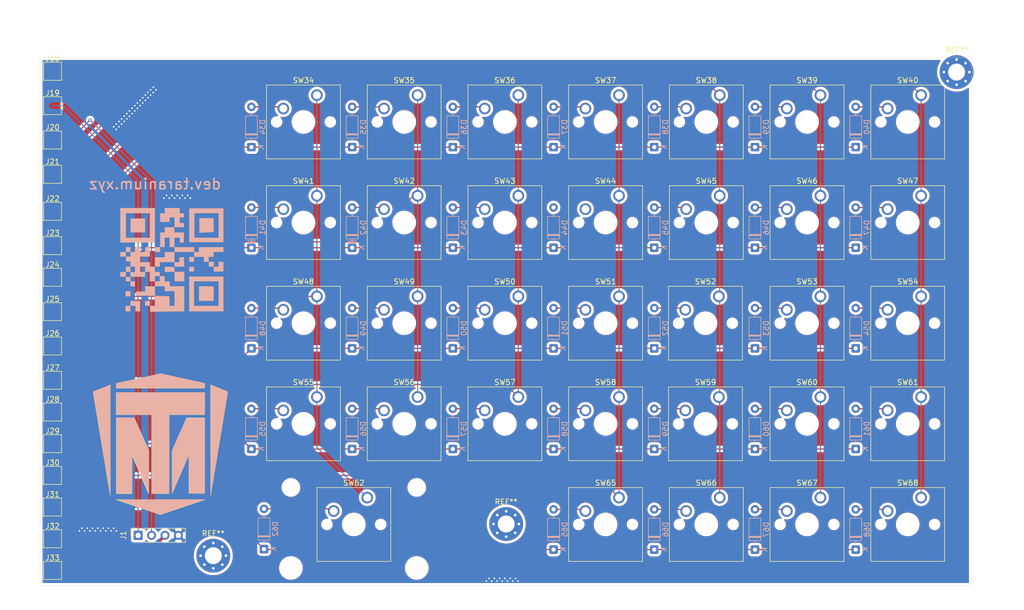
<source format=kicad_pcb>
(kicad_pcb (version 20241229) (generator "pcbnew") (generator_version "9.0")
  (layers (0 "F.Cu" signal) (2 "B.Cu" signal) (13 "F.Paste" user) (15 "B.Paste" user) (5 "F.SilkS" user "F.Silkscreen") (7 "B.SilkS" user "B.Silkscreen") (1 "F.Mask" user) (3 "B.Mask" user) (25 "Edge.Cuts" user))
  (net 0 "")
  (net 1 "ROW1a")
  (net 2 "Net-(D34-A)")
  (net 3 "Net-(D35-A)")
  (net 4 "Net-(D36-A)")
  (net 5 "Net-(D37-A)")
  (net 6 "Net-(D38-A)")
  (net 7 "ROW2a")
  (net 8 "Net-(D39-A)")
  (net 9 "Net-(D40-A)")
  (net 10 "Net-(D41-A)")
  (net 11 "Net-(D42-A)")
  (net 12 "Net-(D43-A)")
  (net 13 "Net-(D44-A)")
  (net 14 "Net-(D45-A)")
  (net 15 "Net-(D46-A)")
  (net 16 "Net-(D47-A)")
  (net 17 "Net-(D48-A)")
  (net 18 "Net-(D49-A)")
  (net 19 "Net-(D50-A)")
  (net 20 "Net-(D51-A)")
  (net 21 "Net-(D52-A)")
  (net 22 "Net-(D53-A)")
  (net 23 "Net-(D54-A)")
  (net 24 "Net-(D55-A)")
  (net 25 "Net-(D56-A)")
  (net 26 "Net-(D57-A)")
  (net 27 "Net-(D58-A)")
  (net 28 "Net-(D59-A)")
  (net 29 "Net-(D60-A)")
  (net 30 "Net-(D61-A)")
  (net 31 "Net-(D62-A)")
  (net 32 "Net-(D65-A)")
  (net 33 "Net-(D66-A)")
  (net 34 "ROW3a")
  (net 35 "ROW4a")
  (net 36 "ROW5a")
  (net 37 "SDA")
  (net 38 "SCL")
  (net 39 "Net-(D67-A)")
  (net 40 "Net-(D68-A)")
  (net 41 "COL7a")
  (net 42 "COL6a")
  (net 43 "COL5a")
  (net 44 "COL2a")
  (net 45 "COL1a")
  (net 46 "COL3a")
  (net 47 "COL4a")
  (net 48 "GND1")
  (net 49 "+5VA")
  (footprint "Button_Switch_Keyboard:SW_Cherry_MX_1.00u_PCB" (layer "F.Cu") (at 330.99375 107.15625)
    (property "Reference" "SW56")
    (property "Value" "SW_Push")
  )
  (footprint "MountingHole:MountingHole_3.2mm_M3_Pad_Via" (layer "F.Cu") (at 292.35 137.2)
    (property "Reference" "REF**")
    (property "Value" "MountingHole_3.2mm_M3_Pad_Via")
  )
  (footprint "Button_Switch_Keyboard:SW_Cherry_MX_1.00u_PCB" (layer "F.Cu") (at 369.09375 126.20625)
    (property "Reference" "SW65")
    (property "Value" "SW_Push")
  )
  (footprint "Button_Switch_Keyboard:SW_Cherry_MX_2.00u_PCB" (layer "F.Cu") (at 321.46875 126.20625)
    (property "Reference" "SW62")
    (property "Value" "SW_Push")
  )
  (footprint "TestPoint:TestPoint_Pad_3.0x3.0mm" (layer "F.Cu") (at 261.9375 58.5)
    (property "Reference" "J20")
    (property "Value" "Conn_01x01_Pin")
  )
  (footprint "Button_Switch_Keyboard:SW_Cherry_MX_1.00u_PCB" (layer "F.Cu") (at 350.04375 88.10625)
    (property "Reference" "SW50")
    (property "Value" "SW_Push")
  )
  (footprint "Button_Switch_Keyboard:SW_Cherry_MX_1.00u_PCB" (layer "F.Cu") (at 311.94375 107.15625)
    (property "Reference" "SW55")
    (property "Value" "SW_Push")
  )
  (footprint "Button_Switch_Keyboard:SW_Cherry_MX_1.00u_PCB" (layer "F.Cu") (at 369.09375 50.00625)
    (property "Reference" "SW37")
    (property "Value" "SW_Push")
  )
  (footprint "TestPoint:TestPoint_Pad_3.0x3.0mm" (layer "F.Cu") (at 261.9375 72)
    (property "Reference" "J22")
    (property "Value" "Conn_01x01_Pin")
  )
  (footprint "Button_Switch_Keyboard:SW_Cherry_MX_1.00u_PCB" (layer "F.Cu") (at 330.99375 50.00625)
    (property "Reference" "SW35")
    (property "Value" "SW_Push")
  )
  (footprint "TestPoint:TestPoint_Pad_3.0x3.0mm" (layer "F.Cu") (at 261.9375 110)
    (property "Reference" "J28")
    (property "Value" "Conn_01x01_Pin")
  )
  (footprint "TestPoint:TestPoint_Pad_3.0x3.0mm" (layer "F.Cu") (at 261.9375 78.5)
    (property "Reference" "J23")
    (property "Value" "Conn_01x01_Pin")
  )
  (footprint "Button_Switch_Keyboard:SW_Cherry_MX_1.00u_PCB" (layer "F.Cu") (at 330.99375 69.05625)
    (property "Reference" "SW42")
    (property "Value" "SW_Push")
  )
  (footprint "Button_Switch_Keyboard:SW_Cherry_MX_1.00u_PCB" (layer "F.Cu") (at 426.24375 126.20625)
    (property "Reference" "SW68")
    (property "Value" "SW_Push")
  )
  (footprint "Button_Switch_Keyboard:SW_Cherry_MX_1.00u_PCB" (layer "F.Cu") (at 350.04375 69.05625)
    (property "Reference" "SW43")
    (property "Value" "SW_Push")
  )
  (footprint "Button_Switch_Keyboard:SW_Cherry_MX_1.00u_PCB" (layer "F.Cu") (at 426.24375 50.00625)
    (property "Reference" "SW40")
    (property "Value" "SW_Push")
  )
  (footprint "Button_Switch_Keyboard:SW_Cherry_MX_1.00u_PCB" (layer "F.Cu") (at 407.19375 126.20625)
    (property "Reference" "SW67")
    (property "Value" "SW_Push")
  )
  (footprint "Button_Switch_Keyboard:SW_Cherry_MX_1.00u_PCB" (layer "F.Cu") (at 369.09375 107.15625)
    (property "Reference" "SW58")
    (property "Value" "SW_Push")
  )
  (footprint "Button_Switch_Keyboard:SW_Cherry_MX_1.00u_PCB" (layer "F.Cu") (at 426.24375 69.05625)
    (property "Reference" "SW47")
    (property "Value" "SW_Push")
  )
  (footprint "TestPoint:TestPoint_Pad_3.0x3.0mm" (layer "F.Cu") (at 261.9375 91)
    (property "Reference" "J25")
    (property "Value" "Conn_01x01_Pin")
  )
  (footprint "TestPoint:TestPoint_Pad_3.0x3.0mm" (layer "F.Cu") (at 261.9375 52)
    (property "Reference" "J19")
    (property "Value" "Conn_01x01_Pin")
  )
  (footprint "TestPoint:TestPoint_Pad_3.0x3.0mm" (layer "F.Cu") (at 261.9375 45.5)
    (property "Reference" "J18")
    (property "Value" "Conn_01x01_Pin")
  )
  (footprint "Button_Switch_Keyboard:SW_Cherry_MX_1.00u_PCB" (layer "F.Cu") (at 407.19375 69.05625)
    (property "Reference" "SW46")
    (property "Value" "SW_Push")
  )
  (footprint "TestPoint:TestPoint_Pad_3.0x3.0mm" (layer "F.Cu") (at 261.9375 104)
    (property "Reference" "J27")
    (property "Value" "Conn_01x01_Pin")
  )
  (footprint "TestPoint:TestPoint_Pad_3.0x3.0mm" (layer "F.Cu") (at 261.9375 84.5)
    (property "Reference" "J24")
    (property "Value" "Conn_01x01_Pin")
  )
  (footprint "TestPoint:TestPoint_Pad_3.0x3.0mm" (layer "F.Cu") (at 261.9375 65)
    (property "Reference" "J21")
    (property "Value" "Conn_01x01_Pin")
  )
  (footprint "Button_Switch_Keyboard:SW_Cherry_MX_1.00u_PCB" (layer "F.Cu") (at 311.94375 50.00625)
    (property "Reference" "SW34")
    (property "Value" "SW_Push")
  )
  (footprint "Button_Switch_Keyboard:SW_Cherry_MX_1.00u_PCB" (layer "F.Cu") (at 388.14375 69.05625)
    (property "Reference" "SW45")
    (property "Value" "SW_Push")
  )
  (footprint "Button_Switch_Keyboard:SW_Cherry_MX_1.00u_PCB" (layer "F.Cu") (at 426.24375 88.10625)
    (property "Reference" "SW54")
    (property "Value" "SW_Push")
  )
  (footprint "Connector_PinSocket_2.54mm:PinSocket_1x04_P2.54mm_Vertical" (layer "F.Cu") (at 278.13 133.35 90)
    (property "Reference" "J1")
    (property "Value" "Conn_01x04_Pin")
  )
  (footprint "TestPoint:TestPoint_Pad_3.0x3.0mm" (layer "F.Cu") (at 261.9375 97.5)
    (property "Reference" "J26")
    (property "Value" "Conn_01x01_Pin")
  )
  (footprint "Button_Switch_Keyboard:SW_Cherry_MX_1.00u_PCB" (layer "F.Cu") (at 426.24375 107.15625)
    (property "Reference" "SW61")
    (property "Value" "SW_Push")
  )
  (footprint "Button_Switch_Keyboard:SW_Cherry_MX_1.00u_PCB" (layer "F.Cu") (at 388.14375 50.00625)
    (property "Reference" "SW38")
    (property "Value" "SW_Push")
  )
  (footprint "Button_Switch_Keyboard:SW_Cherry_MX_1.00u_PCB" (layer "F.Cu") (at 369.09375 88.10625)
    (property "Reference" "SW51")
    (property "Value" "SW_Push")
  )
  (footprint "Button_Switch_Keyboard:SW_Cherry_MX_1.00u_PCB" (layer "F.Cu") (at 350.04375 107.15625)
    (property "Reference" "SW57")
    (property "Value" "SW_Push")
  )
  (footprint "Button_Switch_Keyboard:SW_Cherry_MX_1.00u_PCB" (layer "F.Cu") (at 407.19375 107.15625)
    (property "Reference" "SW60")
    (property "Value" "SW_Push")
  )
  (footprint "Button_Switch_Keyboard:SW_Cherry_MX_1.00u_PCB" (layer "F.Cu") (at 350.04375 50.00625)
    (property "Reference" "SW36")
    (property "Value" "SW_Push")
  )
  (footprint "Button_Switch_Keyboard:SW_Cherry_MX_1.00u_PCB" (layer "F.Cu") (at 311.94375 69.05625)
    (property "Reference" "SW41")
    (property "Value" "SW_Push")
  )
  (footprint "TestPoint:TestPoint_Pad_3.0x3.0mm" (layer "F.Cu") (at 261.9375 140)
    (property "Reference" "J33")
    (property "Value" "Conn_01x01_Pin")
  )
  (footprint "Button_Switch_Keyboard:SW_Cherry_MX_1.00u_PCB" (layer "F.Cu") (at 330.99375 88.10625)
    (property "Reference" "SW49")
    (property "Value" "SW_Push")
  )
  (footprint "TestPoint:TestPoint_Pad_3.0x3.0mm" (layer "F.Cu") (at 261.9375 122)
    (property "Reference" "J30")
    (property "Value" "Conn_01x01_Pin")
  )
  (footprint "Button_Switch_Keyboard:SW_Cherry_MX_1.00u_PCB" (layer "F.Cu") (at 407.19375 50.00625)
    (property "Reference" "SW39")
    (property "Value" "SW_Push")
  )
  (footprint "Button_Switch_Keyboard:SW_Cherry_MX_1.00u_PCB" (layer "F.Cu") (at 311.94375 88.10625)
    (property "Reference" "SW48")
    (property "Value" "SW_Push")
  )
  (footprint "MountingHole:MountingHole_3.2mm_M3_Pad_Via" (layer "F.Cu") (at 432.95 45.65)
    (property "Reference" "REF**")
    (property "Value" "MountingHole_3.2mm_M3_Pad_Via")
  )
  (footprint "TestPoint:TestPoint_Pad_3.0x3.0mm" (layer "F.Cu") (at 261.9375 116)
    (property "Reference" "J29")
    (property "Value" "Conn_01x01_Pin")
  )
  (footprint "Button_Switch_Keyboard:SW_Cherry_MX_1.00u_PCB" (layer "F.Cu") (at 388.14375 126.20625)
    (property "Reference" "SW66")
    (property "Value" "SW_Push")
  )
  (footprint "Button_Switch_Keyboard:SW_Cherry_MX_1.00u_PCB" (layer "F.Cu") (at 387.985 107.15625)
    (property "Reference" "SW59")
    (property "Value" "SW_Push")
  )
  (footprint "Button_Switch_Keyboard:SW_Cherry_MX_1.00u_PCB" (layer "F.Cu") (at 387.985 88.10625)
    (property "Reference" "SW52")
    (property "Value" "SW_Push")
  )
  (footprint "MountingHole:MountingHole_3.2mm_M3_Pad_Via" (layer "F.Cu") (at 347.75 131.2)
    (property "Reference" "REF**")
    (property "Value" "MountingHole_3.2mm_M3_Pad_Via")
  )
  (footprint "TestPoint:TestPoint_Pad_3.0x3.0mm" (layer "F.Cu") (at 261.9375 134)
    (property "Reference" "J32")
    (property "Value" "Conn_01x01_Pin")
  )
  (footprint "Button_Switch_Keyboard:SW_Cherry_MX_1.00u_PCB" (layer "F.Cu") (at 369.09375 69.05625)
    (property "Reference" "SW44")
    (property "Value" "SW_Push")
  )
  (footprint "Button_Switch_Keyboard:SW_Cherry_MX_1.00u_PCB" (layer "F.Cu") (at 407.19375 88.10625)
    (property "Reference" "SW53")
    (property "Value" "SW_Push")
  )
  (footprint "TestPoint:TestPoint_Pad_3.0x3.0mm" (layer "F.Cu") (at 261.9375 128)
    (property "Reference" "J31")
    (property "Value" "Conn_01x01_Pin")
  )
  (footprint "Diode_THT:D_DO-35_SOD27_P7.62mm_Horizontal" (layer "B.Cu") (at 337.66125 78.89875 90)
    (property "Reference" "D43")
    (property "Value" "D_Small")
  )
  (footprint "Diode_THT:D_DO-35_SOD27_P7.62mm_Horizontal" (layer "B.Cu") (at 299.56125 116.99875 90)
    (property "Reference" "D55")
    (property "Value" "D_Small")
  )
  (footprint "Diode_THT:D_DO-35_SOD27_P7.62mm_Horizontal" (layer "B.Cu") (at 299.56125 97.94875 90)
    (property "Reference" "D48")
    (property "Value" "D_Small")
  )
  (footprint "Diode_THT:D_DO-35_SOD27_P7.62mm_Horizontal" (layer "B.Cu") (at 413.86125 78.89875 90)
    (property "Reference" "D47")
    (property "Value" "D_Small")
  )
  (footprint "Diode_THT:D_DO-35_SOD27_P7.62mm_Horizontal" (layer "B.Cu") (at 356.71125 116.99875 90)
    (property "Reference" "D58")
    (property "Value" "D_Small")
  )
  (footprint "Diode_THT:D_DO-35_SOD27_P7.62mm_Horizontal" (layer "B.Cu") (at 394.81125 136.04875 90)
    (property "Reference" "D67")
    (property "Value" "D_Small")
  )
  (footprint "Diode_THT:D_DO-35_SOD27_P7.62mm_Horizontal" (layer "B.Cu") (at 394.81125 59.84875 90)
    (property "Reference" "D39")
    (property "Value" "D_Small")
  )
  (footprint "Diode_THT:D_DO-35_SOD27_P7.62mm_Horizontal" (layer "B.Cu") (at 394.81125 116.99875 90)
    (property "Reference" "D60")
    (property "Value" "D_Small")
  )
  (footprint "Diode_THT:D_DO-35_SOD27_P7.62mm_Horizontal" (layer "B.Cu") (at 318.61125 97.94875 90)
    (property "Reference" "D49")
    (property "Value" "D_Small")
  )
  (footprint "Diode_THT:D_DO-35_SOD27_P7.62mm_Horizontal" (layer "B.Cu") (at 301.9425 135.95375 90)
    (property "Reference" "D62")
    (property "Value" "D_Small")
  )
  (footprint "Diode_THT:D_DO-35_SOD27_P7.62mm_Horizontal" (layer "B.Cu") (at 375.76125 97.94875 90)
    (property "Reference" "D52")
    (property "Value" "D_Small")
  )
  (footprint "Diode_THT:D_DO-35_SOD27_P7.62mm_Horizontal" (layer "B.Cu") (at 356.71125 136.04875 90)
    (property "Reference" "D65")
    (property "Value" "D_Small")
  )
  (footprint "Diode_THT:D_DO-35_SOD27_P7.62mm_Horizontal" (layer "B.Cu") (at 375.76125 136.04875 90)
    (property "Reference" "D66")
    (property "Value" "D_Small")
  )
  (footprint "Diode_THT:D_DO-35_SOD27_P7.62mm_Horizontal" (layer "B.Cu") (at 356.71125 97.94875 90)
    (property "Reference" "D51")
    (property "Value" "D_Small")
  )
  (footprint "Diode_THT:D_DO-35_SOD27_P7.62mm_Horizontal" (layer "B.Cu") (at 413.86125 59.84875 90)
    (property "Reference" "D40")
    (property "Value" "D_Small")
  )
  (footprint "Diode_THT:D_DO-35_SOD27_P7.62mm_Horizontal" (layer "B.Cu") (at 356.71125 78.89875 90)
    (property "Reference" "D44")
    (property "Value" "D_Small")
  )
  (footprint "Diode_THT:D_DO-35_SOD27_P7.62mm_Horizontal" (layer "B.Cu") (at 337.66125 97.94875 90)
    (property "Reference" "D50")
    (property "Value" "D_Small")
  )
  (footprint "Diode_THT:D_DO-35_SOD27_P7.62mm_Horizontal" (layer "B.Cu") (at 299.56125 78.89875 90)
    (property "Reference" "D41")
    (property "Value" "D_Small")
  )
  (footprint "Diode_THT:D_DO-35_SOD27_P7.62mm_Horizontal" (layer "B.Cu") (at 375.76125 78.89875 90)
    (property "Reference" "D45")
    (property "Value" "D_Small")
  )
  (footprint "Diode_THT:D_DO-35_SOD27_P7.62mm_Horizontal" (layer "B.Cu") (at 413.86125 97.94875 90)
    (property "Reference" "D54")
    (property "Value" "D_Small")
  )
  (footprint "Diode_THT:D_DO-35_SOD27_P7.62mm_Horizontal" (layer "B.Cu") (at 318.61125 116.99875 90)
    (property "Reference" "D56")
    (property "Value" "D_Small")
  )
  (footprint "Diode_THT:D_DO-35_SOD27_P7.62mm_Horizontal" (layer "B.Cu") (at 356.71125 59.84875 90)
    (property "Reference" "D37")
    (property "Value" "D_Small")
  )
  (footprint "Diode_THT:D_DO-35_SOD27_P7.62mm_Horizontal" (layer "B.Cu") (at 337.66125 116.99875 90)
    (property "Reference" "D57")
    (property "Value" "D_Small")
  )
  (footprint "Diode_THT:D_DO-35_SOD27_P7.62mm_Horizontal" (layer "B.Cu") (at 394.81125 97.94875 90)
    (property "Reference" "D53")
    (property "Value" "D_Small")
  )
  (footprint "Diode_THT:D_DO-35_SOD27_P7.62mm_Horizontal" (layer "B.Cu") (at 394.81125 78.89875 90)
    (property "Reference" "D46")
    (property "Value" "D_Small")
  )
  (footprint "Diode_THT:D_DO-35_SOD27_P7.62mm_Horizontal" (layer "B.Cu") (at 375.76125 59.84875 90)
    (property "Reference" "D38")
    (property "Value" "D_Small")
  )
  (footprint "Diode_THT:D_DO-35_SOD27_P7.62mm_Horizontal" (layer "B.Cu") (at 413.86125 136.04875 90)
    (property "Reference" "D68")
    (property "Value" "D_Small")
  )
  (footprint "Diode_THT:D_DO-35_SOD27_P7.62mm_Horizontal" (layer "B.Cu") (at 318.61125 78.89875 90)
    (property "Reference" "D42")
    (property "Value" "D_Small")
  )
  (footprint "Diode_THT:D_DO-35_SOD27_P7.62mm_Horizontal" (layer "B.Cu") (at 299.56125 59.84875 90)
    (property "Reference" "D34")
    (property "Value" "D_Small")
  )
  (footprint "Diode_THT:D_DO-35_SOD27_P7.62mm_Horizontal" (layer "B.Cu") (at 413.86125 116.99875 90)
    (property "Reference" "D61")
    (property "Value" "D_Small")
  )
  (footprint "Diode_THT:D_DO-35_SOD27_P7.62mm_Horizontal" (layer "B.Cu") (at 337.66125 59.84875 90)
    (property "Reference" "D36")
    (property "Value" "D_Small")
  )
  (footprint "Diode_THT:D_DO-35_SOD27_P7.62mm_Horizontal" (layer "B.Cu") (at 318.61125 59.84875 90)
    (property "Reference" "D35")
    (property "Value" "D_Small")
  )
  (footprint "Diode_THT:D_DO-35_SOD27_P7.62mm_Horizontal" (layer "B.Cu") (at 375.76125 116.99875 90)
    (property "Reference" "D59")
    (property "Value" "D_Small")
  )
  (gr_poly (pts (xy 280.157009 117.21497) (xy 280.157009 125.626471) (xy 273.9393 111.222038) (xy 277.485643 111.222038)) (fill yes) (layer "F.SilkS"))
  (gr_poly (pts (xy 295.105966 106.18027) (xy 291.798674 126.155636) (xy 291.798674 104.856679)) (fill yes) (layer "F.SilkS"))
  (gr_poly (pts (xy 282.339821 129.462927) (xy 273.804495 126.585585) (xy 290.875147 126.585585)) (fill yes) (layer "F.SilkS"))
  (gr_poly (pts (xy 283.993467 125.494179) (xy 280.686174 125.494179) (xy 280.686174 110.545221) (xy 283.993467 110.545221)) (fill yes) (layer "F.SilkS"))
  (gr_poly (pts (xy 290.740343 110.545221) (xy 273.9393 110.545221) (xy 273.9393 106.311888) (xy 290.740343 106.311888)) (fill yes) (layer "F.SilkS"))
  (gr_poly (pts (xy 290.740343 104.585812) (xy 290.740343 105.518138) (xy 273.9393 105.518138) (xy 273.9393 104.585812) (xy 282.339821 102.740013)) (fill yes) (layer "F.SilkS"))
  (gr_poly (pts (xy 290.740343 125.451712) (xy 287.713243 125.451712) (xy 287.713243 111.143126) (xy 290.740343 111.143126)) (fill yes) (layer "F.SilkS"))
  (gr_poly (pts (xy 272.880967 126.155636) (xy 269.573676 106.18027) (xy 272.880967 104.856679)) (fill yes) (layer "F.SilkS"))
  (gr_poly (pts (xy 284.522633 125.494179) (xy 284.522633 117.537628) (xy 287.289381 111.074387) (xy 290.723143 111.074387)) (fill yes) (layer "F.SilkS"))
  (gr_poly (pts (xy 277 125.5) (xy 273.964435 125.5) (xy 273.964435 111.206679) (xy 277 111.206679)) (fill yes) (layer "F.SilkS"))
  (gr_poly (pts (xy 291.832276 126.107348) (xy 295.139567 106.131982) (xy 291.832276 104.808391)) (fill yes) (layer "B.SilkS"))
  (gr_poly (pts (xy 287.785938 82.556249) (xy 287.785938 83.416145) (xy 288.711979 83.416145) (xy 288.711979 82.490103)) (fill yes) (layer "B.SilkS"))
  (gr_poly (pts (xy 283.15573 72.369791) (xy 282.295834 72.369791) (xy 282.295834 74.023437) (xy 284.081771 74.023437) (xy 284.081771 73.163541) (xy 285.007813 73.163541) (xy 285.007813 75.015625) (xy 286.79375 75.015625) (xy 286.79375 74.221875) (xy 286 74.221875) (xy 286 73.163541) (xy 286.79375 73.163541) (xy 286.79375 72.369791) (xy 286 72.369791) (xy 286 71.377604) (xy 283.15573 71.377604)) (fill yes) (layer "B.SilkS"))
  (gr_poly (pts (xy 276.673438 89.898436) (xy 277.59948 89.898436) (xy 277.59948 90.95677) (xy 278.525522 90.95677) (xy 278.525522 88.972395) (xy 276.673438 88.972395)) (fill yes) (layer "B.SilkS"))
  (gr_poly (pts (xy 275.813542 83.482291) (xy 276.673438 83.482291) (xy 276.673438 82.490103) (xy 275.813542 82.490103)) (fill yes) (layer "B.SilkS"))
  (gr_poly (pts (xy 279.451563 79.711978) (xy 278.525522 79.711978) (xy 278.525522 78.785937) (xy 277.533333 78.785937) (xy 277.533333 79.711978) (xy 276.673438 79.711978) (xy 276.673438 80.571874) (xy 275.813542 80.571874) (xy 275.813542 81.497916) (xy 276.673438 81.497916) (xy 276.673438 82.490103) (xy 277.533333 82.490103) (xy 277.533333 83.482291) (xy 276.673438 83.482291) (xy 276.673438 84.408332) (xy 279.451563 84.408332) (xy 279.451563 83.482291) (xy 278.525522 83.482291) (xy 278.525522 82.490103) (xy 279.451563 82.490103) (xy 279.451563 83.482291) (xy 280.311459 83.482291) (xy 280.311459 85.268228) (xy 281.303647 85.268228) (xy 281.303647 84.276041) (xy 282.229688 84.276041) (xy 282.229688 83.482291) (xy 281.303647 83.482291) (xy 281.303647 82.490103) (xy 280.377605 82.490103) (xy 280.377605 81.630208) (xy 278.525522 81.630208) (xy 278.525522 80.571874) (xy 280.377605 80.571874) (xy 280.311459 78.785937) (xy 279.451563 78.785937)) (fill yes) (layer "B.SilkS"))
  (gr_poly (pts (xy 274.755209 80.571874) (xy 275.813542 80.571874) (xy 275.813542 79.711978) (xy 274.755209 79.711978)) (fill yes) (layer "B.SilkS"))
  (gr_poly (pts (xy 283.15573 76.007812) (xy 282.295834 76.007812) (xy 282.295834 78.785937) (xy 283.15573 78.785937) (xy 283.15573 77) (xy 284.081771 77) (xy 284.081771 78.785937) (xy 285.007813 78.785937) (xy 285.007813 77) (xy 286 77) (xy 286 77.926041) (xy 286.79375 77.926041) (xy 286.79375 76.007812) (xy 285.007813 76.007812) (xy 285.007813 75.015625) (xy 283.15573 75.015625)) (fill yes) (layer "B.SilkS"))
  (gr_poly (pts (xy 275.813542 79.711978) (xy 276.673438 79.711978) (xy 276.673438 78.785937) (xy 275.813542 78.785937)) (fill yes) (layer "B.SilkS"))
  (gr_poly (pts (xy 289.638021 88.972395) (xy 292.416146 88.972395) (xy 292.416146 86.19427) (xy 289.638021 86.19427)) (fill yes) (layer "B.SilkS"))
  (gr_poly (pts (xy 280.19061 125.445891) (xy 280.19061 117.48934) (xy 277.423862 111.026099) (xy 273.9901 111.026099)) (fill yes) (layer "B.SilkS"))
  (gr_poly (pts (xy 287.713243 125.451712) (xy 290.748808 125.451712) (xy 290.748808 111.158391) (xy 287.713243 111.158391)) (fill yes) (layer "B.SilkS"))
  (gr_poly (pts (xy 291.490104 82.490103) (xy 292.416146 82.490103) (xy 292.482292 81.564062) (xy 291.490104 81.564062)) (fill yes) (layer "B.SilkS"))
  (gr_poly (pts (xy 273.9729 104.537524) (xy 273.9729 105.46985) (xy 290.773943 105.46985) (xy 290.773943 104.537524) (xy 282.373422 102.691725)) (fill yes) (layer "B.SilkS"))
  (gr_poly (pts (xy 283.15573 83.482291) (xy 285.007813 83.482291) (xy 285.007813 82.556249) (xy 283.15573 82.490103)) (fill yes) (layer "B.SilkS"))
  (gr_poly (pts (xy 285.007813 79.711978) (xy 288.711979 79.711978) (xy 288.778125 78.785937) (xy 285.007813 78.785937)) (fill yes) (layer "B.SilkS"))
  (gr_poly (pts (xy 283.15573 80.704166) (xy 281.303647 80.704166) (xy 281.303647 82.490103) (xy 282.229688 82.490103) (xy 282.229688 81.630208) (xy 285.007813 81.630208) (xy 285.007813 79.778124) (xy 285.007813 79.711978) (xy 283.15573 79.711978)) (fill yes) (layer "B.SilkS"))
  (gr_poly (pts (xy 287.785938 81.564062) (xy 288.711979 81.564062) (xy 288.711979 80.63802) (xy 287.785938 80.63802)) (fill yes) (layer "B.SilkS"))
  (gr_poly (pts (xy 281.303647 79.711978) (xy 282.295834 79.711978) (xy 282.295834 78.785937) (xy 281.303647 78.785937)) (fill yes) (layer "B.SilkS"))
  (gr_poly (pts (xy 285.007813 83.482291) (xy 285.007813 85.268228) (xy 286.859896 85.268228) (xy 286.859896 83.416145)) (fill yes) (layer "B.SilkS"))
  (gr_poly (pts (xy 275.747397 88.1125) (xy 276.673438 88.1125) (xy 276.673438 87.980208) (xy 276.673438 87.120311) (xy 275.747397 87.120311)) (fill yes) (layer "B.SilkS"))
  (gr_poly (pts (xy 289.704167 76.073958) (xy 292.416146 75.941666) (xy 292.416146 73.295833) (xy 289.704167 73.295833)) (fill yes) (layer "B.SilkS"))
  (gr_poly (pts (xy 273.9729 125.403424) (xy 277 125.403424) (xy 277 111.094838) (xy 273.9729 111.094838)) (fill yes) (layer "B.SilkS"))
  (gr_poly (pts (xy 285.933855 81.630208) (xy 285.007813 81.630208) (xy 285.007813 82.490103) (xy 286.859896 82.490103) (xy 286.79375 80.704166) (xy 285.933855 80.704166)) (fill yes) (layer "B.SilkS"))
  (gr_poly (pts (xy 280.719776 125.445891) (xy 284.027069 125.445891) (xy 284.027069 110.496933) (xy 280.719776 110.496933)) (fill yes) (layer "B.SilkS"))
  (gr_poly (pts (xy 284.556234 117.166682) (xy 284.556234 125.578183) (xy 290.773943 111.17375) (xy 287.2276 111.17375)) (fill yes) (layer "B.SilkS"))
  (gr_poly (pts (xy 273.9729 110.496933) (xy 290.773943 110.496933) (xy 290.773943 106.2636) (xy 273.9729 106.2636)) (fill yes) (layer "B.SilkS"))
  (gr_poly (pts (xy 287.785938 90.95677) (xy 294.268229 90.95677) (xy 294.268229 89.898436) (xy 293.342187 89.898436) (xy 288.711979 89.898436) (xy 288.711979 85.268228) (xy 293.342187 85.268228) (xy 293.342187 89.898436) (xy 294.268229 89.898436) (xy 294.268229 84.342186) (xy 287.785938 84.342186)) (fill yes) (layer "B.SilkS"))
  (gr_poly (pts (xy 275.747397 90.95677) (xy 276.673438 90.95677) (xy 276.673438 89.898436) (xy 275.747397 89.898436)) (fill yes) (layer "B.SilkS"))
  (gr_poly (pts (xy 282.229688 85.268228) (xy 281.369792 85.268228) (xy 281.303647 85.268228) (xy 281.303647 86.19427) (xy 281.369792 86.19427) (xy 283.15573 86.19427) (xy 283.15573 87.120311) (xy 285.007813 87.120311) (xy 285.007813 89.898436) (xy 284.081771 89.898436) (xy 284.081771 88.1125) (xy 281.303647 87.980208) (xy 281.303647 89.898436) (xy 280.377605 89.898436) (xy 280.377605 91.022915) (xy 286.859896 90.95677) (xy 286.859896 86.19427) (xy 284.147917 86.19427) (xy 284.081771 85.268228) (xy 283.15573 85.268228) (xy 283.15573 84.276041) (xy 282.229688 84.276041)) (fill yes) (layer "B.SilkS"))
  (gr_poly (pts (xy 279.451563 87.186457) (xy 277.731772 87.186457) (xy 277.731772 87.980208) (xy 281.303647 87.980208) (xy 281.303647 86.19427) (xy 279.451563 86.19427)) (fill yes) (layer "B.SilkS"))
  (gr_poly (pts (xy 274.755209 77.926041) (xy 281.303647 77.926041) (xy 281.303647 77) (xy 280.311459 77) (xy 275.813542 77) (xy 275.813542 72.369791) (xy 280.311459 72.369791) (xy 280.311459 77) (xy 281.303647 77) (xy 281.303647 71.377604) (xy 274.755209 71.377604)) (fill yes) (layer "B.SilkS"))
  (gr_poly (pts (xy 276.673438 76.007812) (xy 279.451563 76.007812) (xy 279.451563 73.361979) (xy 276.673438 73.361979)) (fill yes) (layer "B.SilkS"))
  (gr_poly (pts (xy 289.571875 79.711978) (xy 288.711979 79.711978) (xy 288.711979 79.778124) (xy 288.711979 80.63802) (xy 290.564063 80.63802) (xy 290.564063 81.564062) (xy 291.490104 81.564062) (xy 291.490104 80.63802) (xy 292.416146 80.63802) (xy 292.416146 79.711978) (xy 294.268229 79.711978) (xy 294.268229 78.785937) (xy 289.638021 78.785937)) (fill yes) (layer "B.SilkS"))
  (gr_poly (pts (xy 276.673438 86.19427) (xy 277.533333 86.19427) (xy 277.533333 85.268228) (xy 276.673438 85.268228)) (fill yes) (layer "B.SilkS"))
  (gr_poly (pts (xy 279.451563 89.898436) (xy 280.377605 89.898436) (xy 280.377605 88.972395) (xy 279.451563 88.972395)) (fill yes) (layer "B.SilkS"))
  (gr_poly (pts (xy 287.785938 77.859895) (xy 294.268229 77.859895) (xy 294.268229 77) (xy 293.342187 77) (xy 288.778125 77) (xy 288.778125 72.369791) (xy 293.342187 72.369791) (xy 293.342187 77) (xy 294.268229 77) (xy 294.268229 71.44375) (xy 287.785938 71.44375)) (fill yes) (layer "B.SilkS"))
  (gr_poly (pts (xy 293.342187 82.490103) (xy 292.416146 82.490103) (xy 292.416146 83.416145) (xy 294.268229 83.416145) (xy 294.268229 81.564062) (xy 293.342187 81.564062)) (fill yes) (layer "B.SilkS"))
  (gr_poly (pts (xy 282.373422 129.414639) (xy 290.908748 126.537297) (xy 273.838096 126.537297)) (fill yes) (layer "B.SilkS"))
  (gr_poly (pts (xy 274.755209 84.408332) (xy 275.813542 84.408332) (xy 275.813542 83.482291) (xy 274.755209 83.482291)) (fill yes) (layer "B.SilkS"))
  (gr_poly (pts (xy 275.813542 85.268228) (xy 276.673438 85.268228) (xy 276.673438 84.408332) (xy 275.813542 84.408332)) (fill yes) (layer "B.SilkS"))
  (gr_poly (pts (xy 269.607277 106.131982) (xy 272.914569 126.107348) (xy 272.914569 104.808391)) (fill yes) (layer "B.SilkS"))
  (gr_rect (start 259.55625 42.8625) (end 435.76875 142.875) (stroke (width 0.05)) (fill no) (layer "Edge.Cuts"))
  (gr_text "dev.taranium.xyz" (at 294 68 -0) (layer "B.SilkS") (effects (font (size 2 2) (thickness 0.3)) (justify left bottom mirror)))
  (segment (start 280.58875 59.84875) (end 299.56125 59.84875) (width 0.2) (layer "F.Cu") (net 1))
  (segment (start 413.86125 59.84875) (end 299.56125 59.84875) (width 0.2) (layer "F.Cu") (net 1))
  (segment (start 261.9375 78.5) (end 280.58875 59.84875) (width 0.2) (layer "F.Cu") (net 1))
  (segment (start 299.56125 52.22875) (end 305.27625 52.22875) (width 0.2) (layer "F.Cu") (net 2))
  (segment (start 305.27625 52.22875) (end 305.59375 52.54625) (width 0.2) (layer "F.Cu") (net 2))
  (segment (start 324.32625 52.22875) (end 324.64375 52.54625) (width 0.2) (layer "F.Cu") (net 3))
  (segment (start 318.61125 52.22875) (end 324.32625 52.22875) (width 0.2) (layer "F.Cu") (net 3))
  (segment (start 343.37625 52.22875) (end 343.69375 52.54625) (width 0.2) (layer "F.Cu") (net 4))
  (segment (start 337.66125 52.22875) (end 343.37625 52.22875) (width 0.2) (layer "F.Cu") (net 4))
  (segment (start 362.42625 52.22875) (end 362.74375 52.54625) (width 0.2) (layer "F.Cu") (net 5))
  (segment (start 356.71125 52.22875) (end 362.42625 52.22875) (width 0.2) (layer "F.Cu") (net 5))
  (segment (start 375.76125 52.22875) (end 381.47625 52.22875) (width 0.2) (layer "F.Cu") (net 6))
  (segment (start 381.47625 52.22875) (end 381.79375 52.54625) (width 0.2) (layer "F.Cu") (net 6))
  (segment (start 274.03875 78.89875) (end 299.56125 78.89875) (width 0.2) (layer "F.Cu") (net 7))
  (segment (start 413.86125 78.89875) (end 299.56125 78.89875) (width 0.2) (layer "F.Cu") (net 7))
  (segment (start 261.9375 91) (end 274.03875 78.89875) (width 0.2) (layer "F.Cu") (net 7))
  (segment (start 394.81125 52.22875) (end 400.52625 52.22875) (width 0.2) (layer "F.Cu") (net 8))
  (segment (start 400.52625 52.22875) (end 400.84375 52.54625) (width 0.2) (layer "F.Cu") (net 8))
  (segment (start 419.57625 52.22875) (end 419.89375 52.54625) (width 0.2) (layer "F.Cu") (net 9))
  (segment (start 413.86125 52.22875) (end 419.57625 52.22875) (width 0.2) (layer "F.Cu") (net 9))
  (segment (start 305.27625 71.27875) (end 305.59375 71.59625) (width 0.2) (layer "F.Cu") (net 10))
  (segment (start 299.56125 71.27875) (end 305.27625 71.27875) (width 0.2) (layer "F.Cu") (net 10))
  (segment (start 318.61125 71.27875) (end 324.32625 71.27875) (width 0.2) (layer "F.Cu") (net 11))
  (segment (start 324.32625 71.27875) (end 324.64375 71.59625) (width 0.2) (layer "F.Cu") (net 11))
  (segment (start 343.37625 71.27875) (end 343.69375 71.59625) (width 0.2) (layer "F.Cu") (net 12))
  (segment (start 337.66125 71.27875) (end 343.37625 71.27875) (width 0.2) (layer "F.Cu") (net 12))
  (segment (start 381.47625 71.27875) (end 381.79375 71.59625) (width 0.2) (layer "F.Cu") (net 14))
  (segment (start 375.76125 71.27875) (end 381.47625 71.27875) (width 0.2) (layer "F.Cu") (net 14))
  (segment (start 394.81125 71.27875) (end 400.52625 71.27875) (width 0.2) (layer "F.Cu") (net 15))
  (segment (start 400.52625 71.27875) (end 400.84375 71.59625) (width 0.2) (layer "F.Cu") (net 15))
  (segment (start 419.57625 71.27875) (end 419.89375 71.59625) (width 0.2) (layer "F.Cu") (net 16))
  (segment (start 413.86125 71.27875) (end 419.57625 71.27875) (width 0.2) (layer "F.Cu") (net 16))
  (segment (start 305.27625 90.32875) (end 305.59375 90.64625) (width 0.2) (layer "F.Cu") (net 17))
  (segment (start 299.56125 90.32875) (end 305.27625 90.32875) (width 0.2) (layer "F.Cu") (net 17))
  (segment (start 318.61125 90.32875) (end 324.32625 90.32875) (width 0.2) (layer "F.Cu") (net 18))
  (segment (start 324.32625 90.32875) (end 324.64375 90.64625) (width 0.2) (layer "F.Cu") (net 18))
  (segment (start 343.37625 90.32875) (end 343.69375 90.64625) (width 0.2) (layer "F.Cu") (net 19))
  (segment (start 337.66125 90.32875) (end 343.37625 90.32875) (width 0.2) (layer "F.Cu") (net 19))
  (segment (start 356.71125 90.32875) (end 362.42625 90.32875) (width 0.2) (layer "F.Cu") (net 20))
  (segment (start 362.42625 90.32875) (end 362.74375 90.64625) (width 0.2) (layer "F.Cu") (net 20))
  (segment (start 375.76125 90.32875) (end 381.3175 90.32875) (width 0.2) (layer "F.Cu") (net 21))
  (segment (start 381.3175 90.32875) (end 381.635 90.64625) (width 0.2) (layer "F.Cu") (net 21))
  (segment (start 400.52625 90.32875) (end 400.84375 90.64625) (width 0.2) (layer "F.Cu") (net 22))
  (segment (start 394.81125 90.32875) (end 400.52625 90.32875) (width 0.2) (layer "F.Cu") (net 22))
  (segment (start 413.86125 90.32875) (end 419.57625 90.32875) (width 0.2) (layer "F.Cu") (net 23))
  (segment (start 419.57625 90.32875) (end 419.89375 90.64625) (width 0.2) (layer "F.Cu") (net 23))
  (segment (start 305.27625 109.37875) (end 305.59375 109.69625) (width 0.2) (layer "F.Cu") (net 24))
  (segment (start 299.56125 109.37875) (end 305.27625 109.37875) (width 0.2) (layer "F.Cu") (net 24))
  (segment (start 318.61125 109.37875) (end 324.32625 109.37875) (width 0.2) (layer "F.Cu") (net 25))
  (segment (start 324.32625 109.37875) (end 324.64375 109.69625) (width 0.2) (layer "F.Cu") (net 25))
  (segment (start 343.37625 109.37875) (end 343.69375 109.69625) (width 0.2) (layer "F.Cu") (net 26))
  (segment (start 337.66125 109.37875) (end 343.37625 109.37875) (width 0.2) (layer "F.Cu") (net 26))
  (segment (start 362.42625 109.37875) (end 362.74375 109.69625) (width 0.2) (layer "F.Cu") (net 27))
  (segment (start 356.71125 109.37875) (end 362.42625 109.37875) (width 0.2) (layer "F.Cu") (net 27))
  (segment (start 381.3175 109.37875) (end 381.635 109.69625) (width 0.2) (layer "F.Cu") (net 28))
  (segment (start 375.76125 109.37875) (end 381.3175 109.37875) (width 0.2) (layer "F.Cu") (net 28))
  (segment (start 400.52625 109.37875) (end 400.84375 109.69625) (width 0.2) (layer "F.Cu") (net 29))
  (segment (start 394.81125 109.37875) (end 400.52625 109.37875) (width 0.2) (layer "F.Cu") (net 29))
  (segment (start 413.86125 109.37875) (end 419.57625 109.37875) (width 0.2) (layer "F.Cu") (net 30))
  (segment (start 419.57625 109.37875) (end 419.89375 109.69625) (width 0.2) (layer "F.Cu") (net 30))
  (segment (start 314.70625 128.33375) (end 315.11875 128.74625) (width 0.2) (layer "F.Cu") (net 31))
  (segment (start 301.9425 128.33375) (end 314.70625 128.33375) (width 0.2) (layer "F.Cu") (net 31))
  (segment (start 362.42625 128.42875) (end 362.74375 128.74625) (width 0.2) (layer "F.Cu") (net 32))
  (segment (start 356.71125 128.42875) (end 362.42625 128.42875) (width 0.2) (layer "F.Cu") (net 32))
  (segment (start 375.76125 128.42875) (end 381.47625 128.42875) (width 0.2) (layer "F.Cu") (net 33))
  (segment (start 381.47625 128.42875) (end 381.79375 128.74625) (width 0.2) (layer "F.Cu") (net 33))
  (segment (start 261.9375 104) (end 293.51 104) (width 0.2) (layer "F.Cu") (net 34))
  (segment (start 413.86125 97.94875) (end 299.56125 97.94875) (width 0.2) (layer "F.Cu") (net 34))
  (segment (start 293.51 104) (end 299.56125 97.94875) (width 0.2) (layer "F.Cu") (net 34))
  (segment (start 413.86125 116.99875) (end 299.56125 116.99875) (width 0.2) (layer "F.Cu") (net 35))
  (segment (start 261.9375 116) (end 298.5625 116) (width 0.2) (layer "F.Cu") (net 35))
  (segment (start 298.5625 116) (end 299.56125 116.99875) (width 0.2) (layer "F.Cu") (net 35))
  (segment (start 293.98875 128) (end 301.9425 135.95375) (width 0.2) (layer "F.Cu") (net 36))
  (segment (start 302.0375 136.04875) (end 301.9425 135.95375) (width 0.2) (layer "F.Cu") (net 36))
  (segment (start 413.86125 136.04875) (end 302.0375 136.04875) (width 0.2) (layer "F.Cu") (net 36))
  (segment (start 261.9375 128) (end 293.98875 128) (width 0.2) (layer "F.Cu") (net 36))
  (segment (start 278.13 66.19875) (end 263.93125 52) (width 0.2) (layer "B.Cu") (net 37))
  (segment (start 263.93125 52) (end 261.9375 52) (width 0.2) (layer "B.Cu") (net 37))
  (segment (start 278.13 133.35) (end 278.13 66.19875) (width 0.2) (layer "B.Cu") (net 37))
  (segment (start 265.25 58.5) (end 261.9375 58.5) (width 0.2) (layer "F.Cu") (net 38))
  (segment (start 269.05 54.7) (end 265.25 58.5) (width 0.2) (layer "F.Cu") (net 38))
  (via (at 269.05 54.7) (size 0.6) (drill 0.3) (layers "F.Cu" "B.Cu") (net 38))
  (segment (start 269.08125 54.76875) (end 269.05 54.7375) (width 0.2) (layer "B.Cu") (net 38))
  (segment (start 269.05 54.7375) (end 269.05 54.7) (width 0.2) (layer "B.Cu") (net 38))
  (segment (start 280.67 66.3575) (end 269.08125 54.76875) (width 0.2) (layer "B.Cu") (net 38))
  (segment (start 280.67 133.35) (end 280.67 66.3575) (width 0.2) (layer "B.Cu") (net 38))
  (segment (start 400.52625 128.42875) (end 400.84375 128.74625) (width 0.2) (layer "F.Cu") (net 39))
  (segment (start 394.81125 128.42875) (end 400.52625 128.42875) (width 0.2) (layer "F.Cu") (net 39))
  (segment (start 419.57625 128.42875) (end 419.89375 128.74625) (width 0.2) (layer "F.Cu") (net 40))
  (segment (start 413.86125 128.42875) (end 419.57625 128.42875) (width 0.2) (layer "F.Cu") (net 40))
  (segment (start 421.7375 45.5) (end 426.24375 50.00625) (width 0.2) (layer "F.Cu") (net 41))
  (segment (start 261.9375 45.5) (end 421.7375 45.5) (width 0.2) (layer "F.Cu") (net 41))
  (segment (start 426.24375 50.00625) (end 426.24375 126.20625) (width 0.2) (layer "B.Cu") (net 41))
  (segment (start 261.9375 65) (end 279.7135 47.224) (width 0.2) (layer "F.Cu") (net 42))
  (segment (start 404.4115 47.224) (end 407.19375 50.00625) (width 0.2) (layer "F.Cu") (net 42))
  (segment (start 279.7135 47.224) (end 404.4115 47.224) (width 0.2) (layer "F.Cu") (net 42))
  (segment (start 407.19375 50.00625) (end 407.19375 126.20625) (width 0.2) (layer "B.Cu") (net 42))
  (segment (start 385.7625 47.625) (end 388.14375 50.00625) (width 0.2) (layer "F.Cu") (net 43))
  (segment (start 261.9375 72) (end 286.3125 47.625) (width 0.2) (layer "F.Cu") (net 43))
  (segment (start 286.3125 47.625) (end 385.7625 47.625) (width 0.2) (layer "F.Cu") (net 43))
  (segment (start 388.14375 126.20625) (end 388.14375 107.315) (width 0.2) (layer "B.Cu") (net 43))
  (segment (start 388.14375 50.00625) (end 388.14375 126.20625) (width 0.2) (layer "B.Cu") (net 43))
  (segment (start 388.14375 107.315) (end 387.985 107.15625) (width 0.2) (layer "B.Cu") (net 43))
  (segment (start 268.63975 77.79775) (end 321.467434 77.79775) (width 0.2) (layer "F.Cu") (net 44))
  (segment (start 261.9375 84.5) (end 268.63975 77.79775) (width 0.2) (layer "F.Cu") (net 44))
  (segment (start 321.467434 77.79775) (end 330.208934 69.05625) (width 0.2) (layer "F.Cu") (net 44))
  (segment (start 330.208934 69.05625) (end 330.99375 69.05625) (width 0.2) (layer "F.Cu") (net 44))
  (segment (start 330.99375 50.00625) (end 330.99375 107.15625) (width 0.2) (layer "B.Cu") (net 44))
  (segment (start 261.9375 97.5) (end 271.33125 88.10625) (width 0.2) (layer "F.Cu") (net 45))
  (segment (start 271.33125 88.10625) (end 311.94375 88.10625) (width 0.2) (layer "F.Cu") (net 45))
  (segment (start 311.94375 50.00625) (end 311.94375 107.15625) (width 0.2) (layer "B.Cu") (net 45))
  (segment (start 311.94375 116.68125) (end 321.46875 126.20625) (width 0.2) (layer "B.Cu") (net 45))
  (segment (start 311.94375 107.15625) (end 311.94375 116.68125) (width 0.2) (layer "B.Cu") (net 45))
  (segment (start 261.9375 110) (end 267.1625 104.775) (width 0.2) (layer "F.Cu") (net 46))
  (segment (start 267.1625 104.775) (end 347.6625 104.775) (width 0.2) (layer "F.Cu") (net 46))
  (segment (start 347.6625 104.775) (end 350.04375 107.15625) (width 0.2) (layer "F.Cu") (net 46))
  (segment (start 350.04375 50.00625) (end 350.04375 107.15625) (width 0.2) (layer "B.Cu") (net 46))
  (segment (start 364.8875 122) (end 369.09375 126.20625) (width 0.2) (layer "F.Cu") (net 47))
  (segment (start 261.9375 122) (end 364.8875 122) (width 0.2) (layer "F.Cu") (net 47))
  (segment (start 369.09375 126.20625) (end 369.09375 107.15625) (width 0.2) (layer "B.Cu") (net 47))
  (segment (start 369.09375 50.00625) (end 369.09375 107.15625) (width 0.2) (layer "B.Cu") (net 47))
  (via (at 269.5 132) (size 0.6) (drill 0.3) (layers "F.Cu" "B.Cu") (net 48))
  (via (at 277 53.5) (size 0.6) (drill 0.3) (layers "F.Cu" "B.Cu") (net 48))
  (via (at 268 132.5) (size 0.6) (drill 0.3) (layers "F.Cu" "B.Cu") (net 48))
  (via (at 347 142) (size 0.6) (drill 0.3) (layers "F.Cu" "B.Cu") (net 48))
  (via (at 286 69.5) (size 0.6) (drill 0.3) (layers "F.Cu" "B.Cu") (net 48))
  (via (at 268.5 132) (size 0.6) (drill 0.3) (layers "F.Cu" "B.Cu") (net 48))
  (via (at 280 49.5) (size 0.6) (drill 0.3) (layers "F.Cu" "B.Cu") (net 48))
  (via (at 286.5 69) (size 0.6) (drill 0.3) (layers "F.Cu" "B.Cu") (net 48))
  (via (at 270.5 132) (size 0.6) (drill 0.3) (layers "F.Cu" "B.Cu") (net 48))
  (via (at 280 50.5) (size 0.6) (drill 0.3) (layers "F.Cu" "B.Cu") (net 48))
  (via (at 278 52.5) (size 0.6) (drill 0.3) (layers "F.Cu" "B.Cu") (net 48))
  (via (at 346 142) (size 0.6) (drill 0.3) (layers "F.Cu" "B.Cu") (net 48))
  (via (at 345.5 141.5) (size 0.6) (drill 0.3) (layers "F.Cu" "B.Cu") (net 48))
  (via (at 279 51.5) (size 0.6) (drill 0.3) (layers "F.Cu" "B.Cu") (net 48))
  (via (at 346.5 141.5) (size 0.6) (drill 0.3) (layers "F.Cu" "B.Cu") (net 48))
  (via (at 345 142) (size 0.6) (drill 0.3) (layers "F.Cu" "B.Cu") (net 48))
  (via (at 344 142) (size 0.6) (drill 0.3) (layers "F.Cu" "B.Cu") (net 48))
  (via (at 275.5 54) (size 0.6) (drill 0.3) (layers "F.Cu" "B.Cu") (net 48))
  (via (at 349 142) (size 0.6) (drill 0.3) (layers "F.Cu" "B.Cu") (net 48))
  (via (at 279 50.5) (size 0.6) (drill 0.3) (layers "F.Cu" "B.Cu") (net 48))
  (via (at 285 69.5) (size 0.6) (drill 0.3) (layers "F.Cu" "B.Cu") (net 48))
  (via (at 276 53.5) (size 0.6) (drill 0.3) (layers "F.Cu" "B.Cu") (net 48))
  (via (at 269 132.5) (size 0.6) (drill 0.3) (layers "F.Cu" "B.Cu") (net 48))
  (via (at 281.5 49) (size 0.6) (drill 0.3) (layers "F.Cu" "B.Cu") (net 48))
  (via (at 278.5 51) (size 0.6) (drill 0.3) (layers "F.Cu" "B.Cu") (net 48))
  (via (at 283.5 69) (size 0.6) (drill 0.3) (layers "F.Cu" "B.Cu") (net 48))
  (via (at 267.5 132) (size 0.6) (drill 0.3) (layers "F.Cu" "B.Cu") (net 48))
  (via (at 276.5 53) (size 0.6) (drill 0.3) (layers "F.Cu" "B.Cu") (net 48))
  (via (at 344.5 141.5) (size 0.6) (drill 0.3) (layers "F.Cu" "B.Cu") (net 48))
  (via (at 275.5 55) (size 0.6) (drill 0.3) (layers "F.Cu" "B.Cu") (net 48))
  (via (at 271.5 132) (size 0.6) (drill 0.3) (layers "F.Cu" "B.Cu") (net 48))
  (via (at 275 54.5) (size 0.6) (drill 0.3) (layers "F.Cu" "B.Cu") (net 48))
  (via (at 277 52.5) (size 0.6) (drill 0.3) (layers "F.Cu" "B.Cu") (net 48))
  (via (at 284.5 69) (size 0.6) (drill 0.3) (layers "F.Cu" "B.Cu") (net 48))
  (via (at 281 49.5) (size 0.6) (drill 0.3) (layers "F.Cu" "B.Cu") (net 48))
  (via (at 276 54.5) (size 0.6) (drill 0.3) (layers "F.Cu" "B.Cu") (net 48))
  (via (at 278.5 52) (size 0.6) (drill 0.3) (layers "F.Cu" "B.Cu") (net 48))
  (via (at 347.5 141.5) (size 0.6) (drill 0.3) (layers "F.Cu" "B.Cu") (net 48))
  (via (at 273 132.5) (size 0.6) (drill 0.3) (layers "F.Cu" "B.Cu") (net 48))
  (via (at 280.5 49) (size 0.6) (drill 0.3) (layers "F.Cu" "B.Cu") (net 48))
  (via (at 272.5 132) (size 0.6) (drill 0.3) (layers "F.Cu" "B.Cu") (net 48))
  (via (at 285.5 69) (size 0.6) (drill 0.3) (layers "F.Cu" "B.Cu") (net 48))
  (via (at 271 132.5) (size 0.6) (drill 0.3) (layers "F.Cu" "B.Cu") (net 48))
  (via (at 276.5 54) (size 0.6) (drill 0.3) (layers "F.Cu" "B.Cu") (net 48))
  (via (at 273.5 132) (size 0.6) (drill 0.3) (layers "F.Cu" "B.Cu") (net 48))
  (via (at 287 69.5) (size 0.6) (drill 0.3) (layers "F.Cu" "B.Cu") (net 48))
  (via (at 280.5 50) (size 0.6) (drill 0.3) (layers "F.Cu" "B.Cu") (net 48))
  (via (at 274 132.5) (size 0.6) (drill 0.3) (layers "F.Cu" "B.Cu") (net 48))
  (via (at 267 132.5) (size 0.6) (drill 0.3) (layers "F.Cu" "B.Cu") (net 48))
  (via (at 274 55.5) (size 0.6) (drill 0.3) (layers "F.Cu" "B.Cu") (net 48))
  (via (at 274.5 56) (size 0.6) (drill 0.3) (layers "F.Cu" "B.Cu") (net 48))
  (via (at 284 69.5) (size 0.6) (drill 0.3) (layers "F.Cu" "B.Cu") (net 48))
  (via (at 274.5 55) (size 0.6) (drill 0.3) (layers "F.Cu" "B.Cu") (net 48))
  (via (at 288 69.5) (size 0.6) (drill 0.3) (layers "F.Cu" "B.Cu") (net 48))
  (via (at 277.5 52) (size 0.6) (drill 0.3) (layers "F.Cu" "B.Cu") (net 48))
  (via (at 270 132.5) (size 0.6) (drill 0.3) (layers "F.Cu" "B.Cu") (net 48))
  (via (at 287.5 69) (size 0.6) (drill 0.3) (layers "F.Cu" "B.Cu") (net 48))
  (via (at 348 142) (size 0.6) (drill 0.3) (layers "F.Cu" "B.Cu") (net 48))
  (via (at 273.5 56) (size 0.6) (drill 0.3) (layers "F.Cu" "B.Cu") (net 48))
  (via (at 281 48.5) (size 0.6) (drill 0.3) (layers "F.Cu" "B.Cu") (net 48))
  (via (at 283 69.5) (size 0.6) (drill 0.3) (layers "F.Cu" "B.Cu") (net 48))
  (via (at 348.5 141.5) (size 0.6) (drill 0.3) (layers "F.Cu" "B.Cu") (net 48))
  (via (at 279.5 50) (size 0.6) (drill 0.3) (layers "F.Cu" "B.Cu") (net 48))
  (via (at 274 56.5) (size 0.6) (drill 0.3) (layers "F.Cu" "B.Cu") (net 48))
  (via (at 275 55.5) (size 0.6) (drill 0.3) (layers "F.Cu" "B.Cu") (net 48))
  (via (at 277.5 53) (size 0.6) (drill 0.3) (layers "F.Cu" "B.Cu") (net 48))
  (via (at 349.5 141.5) (size 0.6) (drill 0.3) (layers "F.Cu" "B.Cu") (net 48))
  (via (at 350 142) (size 0.6) (drill 0.3) (layers "F.Cu" "B.Cu") (net 48))
  (via (at 278 51.5) (size 0.6) (drill 0.3) (layers "F.Cu" "B.Cu") (net 48))
  (via (at 272 132.5) (size 0.6) (drill 0.3) (layers "F.Cu" "B.Cu") (net 48))
  (via (at 279.5 51) (size 0.6) (drill 0.3) (layers "F.Cu" "B.Cu") (net 48))
  (segment (start 273.84375 138.1125) (end 280.9875 138.1125) (width 0.6) (layer "B.Cu") (net 48))
  (segment (start 280.9875 138.1125) (end 285.75 133.35) (width 0.6) (layer "B.Cu") (net 48))
  (segment (start 273.84375 138.1125) (end 269.73125 134) (width 0.6) (layer "B.Cu") (net 48))
  (segment (start 269.73125 134) (end 261.9375 134) (width 0.6) (layer "B.Cu") (net 48))
  (segment (start 283.21 133.35) (end 276.56 140) (width 0.6) (layer "F.Cu") (net 49))
  (segment (start 276.56 140) (end 261.9375 140) (width 0.6) (layer "F.Cu") (net 49))
  (zone (net 48) (net_name "GND1") (layers "F.Cu" "B.Cu") (priority 1) (connect_pads (clearance 0.5)) (min_thickness 0.25) (fill yes (thermal_gap 0.5) (thermal_bridge_width 0.5))
    (polygon (pts (xy 252 38) (xy 256.5 147.5) (xy 437 145.5) (xy 441 37) (xy 265 32)))
  )
)
</source>
